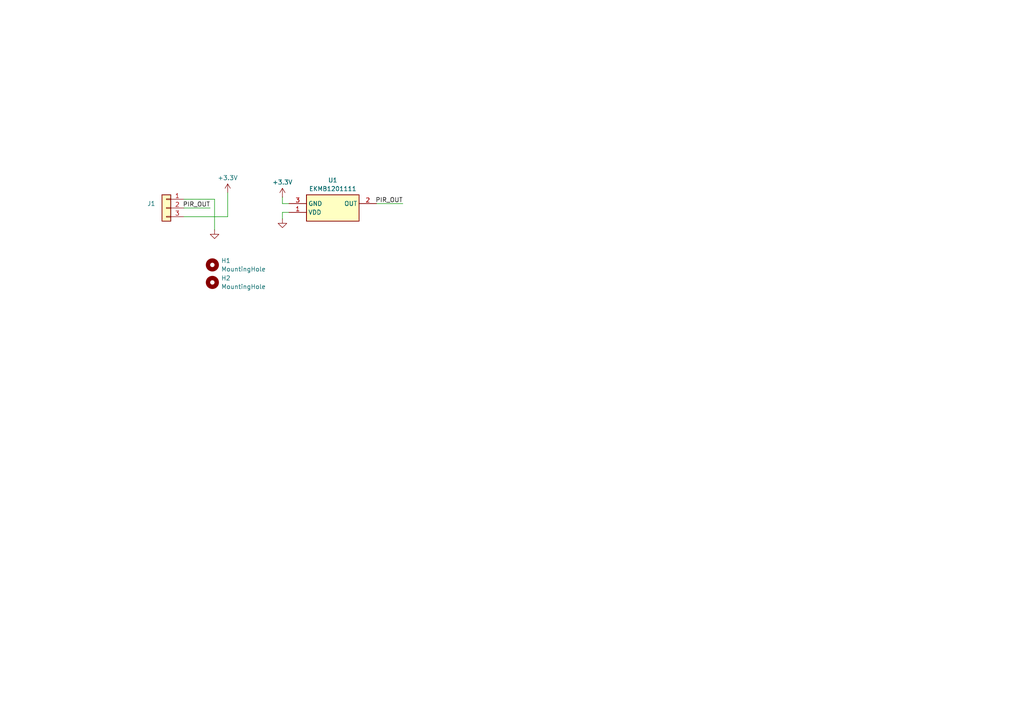
<source format=kicad_sch>
(kicad_sch (version 20231120) (generator "eeschema") (generator_version "8.0")
  (paper "A4")
  (lib_symbols
    (symbol "Connector_Generic:Conn_01x03" (pin_names (offset 1.016) hide)
      (property "Reference" "J" (at 0 5.08 0))
      (property "Value" "Conn_01x03" (at 0 -5.08 0))
      (symbol "Conn_01x03_1_1"
        (rectangle (start -1.27 -2.413) (end 0 -2.667) (stroke (width 0.1524)))
        (rectangle (start -1.27 0.127) (end 0 -0.127) (stroke (width 0.1524)))
        (rectangle (start -1.27 2.667) (end 0 2.413) (stroke (width 0.1524)))
        (rectangle (start -1.27 3.81) (end 1.27 -3.81) (stroke (width 0.254)) (fill (type background)))
        (pin passive line (at -5.08 2.54 0) (length 3.81) (name "Pin_1") (number "1"))
        (pin passive line (at -5.08 0 0) (length 3.81) (name "Pin_2") (number "2"))
        (pin passive line (at -5.08 -2.54 0) (length 3.81) (name "Pin_3") (number "3"))
      )
    )
    (symbol "Mechanical:MountingHole" (pin_names (offset 1.016)) (exclude_from_sim yes) (in_bom no)
      (property "Reference" "H" (at 0 5.08 0))
      (property "Value" "MountingHole" (at 0 3.175 0))
      (symbol "MountingHole_0_1"
        (circle (center 0 0) (radius 1.27) (stroke (width 1.27)))
      )
    )
    (symbol "MyLibrary:EKMB1201111"
      (property "Reference" "U" (at 6.858 7.62 0))
      (property "Value" "EKMB1201111" (at 6.858 5.08 0))
      (symbol "EKMB1201111_1_1"
        (rectangle (start 5.08 2.54) (end 20.32 -5.08) (stroke (width 0.254)) (fill (type background)))
        (pin passive line (at 0 -2.54 0) (length 5.08) (name "VDD") (number "1"))
        (pin passive line (at 25.4 0 180) (length 5.08) (name "OUT") (number "2"))
        (pin passive line (at 0 0 0) (length 5.08) (name "GND") (number "3"))
      )
    )
    (symbol "power:+3.3V" (power) (pin_numbers hide) (pin_names (offset 0) hide)
      (property "Value" "+3.3V" (at 0 3.556 0))
      (symbol "+3.3V_0_1"
        (polyline (pts (xy -0.762 1.27) (xy 0 2.54)))
        (polyline (pts (xy 0 0) (xy 0 2.54)))
        (polyline (pts (xy 0 2.54) (xy 0.762 1.27)))
      )
      (symbol "+3.3V_1_1"
        (pin power_in line (at 0 0 90) (length 0) (name "~") (number "1"))
      )
    )
    (symbol "power:GND" (power) (pin_numbers hide) (pin_names (offset 0) hide)
      (property "Value" "GND" (at 0 -3.81 0))
      (symbol "GND_0_1"
        (polyline (pts (xy 0 0) (xy 0 -1.27) (xy 1.27 -1.27) (xy 0 -2.54) (xy -1.27 -1.27) (xy 0 -1.27)))
      )
      (symbol "GND_1_1"
        (pin power_in line (at 0 0 270) (length 0) (name "~") (number "1"))
      )
    )
  )
  (wire (pts (xy 81.915 59.055) (xy 83.82 59.055)))
  (wire (pts (xy 81.915 57.15) (xy 81.915 59.055)))
  (wire (pts (xy 53.34 57.785) (xy 62.23 57.785)))
  (wire (pts (xy 53.34 60.325) (xy 60.96 60.325)))
  (wire (pts (xy 53.34 62.865) (xy 66.04 62.865)))
  (wire (pts (xy 81.915 61.595) (xy 83.82 61.595)))
  (wire (pts (xy 66.04 55.88) (xy 66.04 62.865)))
  (wire (pts (xy 109.22 59.055) (xy 116.84 59.055)))
  (wire (pts (xy 62.23 57.785) (xy 62.23 66.675)))
  (wire (pts (xy 81.915 63.5) (xy 81.915 61.595)))
  (label "PIR_OUT" (at 116.84 59.055 180))
  (label "PIR_OUT" (at 60.96 60.325 180))
  (symbol (lib_id "power:+3.3V") (at 81.915 57.15 0) (unit 1)
    (property "Reference" "#PWR03" (effects (hide yes)))
    (property "Value" "+3.3V" (at 81.915 52.8574 0))
    (property "Description" "Power symbol creates a global label with name \"+3.3V\"" (effects (hide yes)))
  )
  (symbol (lib_id "power:GND") (at 81.915 63.5 0) (unit 1)
    (property "Reference" "#PWR04" (effects (hide yes)))
    (property "Value" "GND" (effects (hide yes)))
    (property "Description" "Power symbol creates a global label with name \"GND\" , ground" (effects (hide yes)))
  )
  (symbol (lib_id "Connector_Generic:Conn_01x03") (at 48.26 60.325 0) (mirror y) (unit 1) (in_bom no)
    (property "Reference" "J1" (at 45.085 59.055 0) (effects (justify left)))
    (property "Value" "PIR1" (effects (hide yes)))
    (property "Footprint" "Connector_JST:JST_PH_B3B-PH-K_1x03_P2.00mm_Vertical" (effects (hide yes)))
    (property "Description" "Generic connector, single row, 01x03, script generated (kicad-library-utils/schlib/autogen/connector/)" (effects (hide yes)))
  )
  (symbol (lib_id "power:+3.3V") (at 66.04 55.88 0) (unit 1)
    (property "Reference" "#PWR01" (effects (hide yes)))
    (property "Value" "+3.3V" (at 66.04 51.5874 0))
    (property "Description" "Power symbol creates a global label with name \"+3.3V\"" (effects (hide yes)))
  )
  (symbol (lib_id "power:GND") (at 62.23 66.675 0) (unit 1)
    (property "Reference" "#PWR02" (effects (hide yes)))
    (property "Value" "GND" (effects (hide yes)))
    (property "Description" "Power symbol creates a global label with name \"GND\" , ground" (effects (hide yes)))
  )
  (symbol (lib_id "Mechanical:MountingHole") (at 61.595 81.915 0) (unit 1) (exclude_from_sim yes) (in_bom no)
    (property "Reference" "H2" (at 64.135 80.6723 0) (effects (justify left)))
    (property "Value" "MountingHole" (at 64.135 83.1576 0) (effects (justify left)))
    (property "Footprint" "MountingHole:MountingHole_3.2mm_M3" (effects (hide yes)))
    (property "Description" "Mounting Hole without connection" (effects (hide yes)))
  )
  (symbol (lib_id "MyLibrary:EKMB1201111") (at 83.82 59.055 0) (unit 1)
    (property "Reference" "U1" (at 96.52 52.279 0))
    (property "Value" "EKMB1201111" (at 96.52 54.7643 0))
    (property "Footprint" "MyFootprints:EKMB1201111" (effects (hide yes)))
    (property "Datasheet" "https://componentsearchengine.com/Datasheets/2/EKMB1201111.pdf" (effects (hide yes)))
    (property "Description" "Sensor PIR (Passive Infrared)0002, Sensor PIR (Passive Infrared) 197\" (5m) 16.4' Polyethylene, White Lens" (effects (hide yes)))
    (property "Height" "14.4" (effects (hide yes)))
    (property "Mouser Part Number" "769-EKMB1201111" (effects (hide yes)))
    (property "Mouser Price/Stock" "https://www.mouser.co.uk/ProductDetail/Panasonic-Industrial-Devices/EKMB1201111?qs=raAh8RbVwI63shGzHOgXaw%3D%3D" (effects (hide yes)))
    (property "Manufacturer_Name" "Panasonic" (effects (hide yes)))
    (property "Manufacturer_Part_Number" "EKMB1201111" (effects (hide yes)))
  )
  (symbol (lib_id "Mechanical:MountingHole") (at 61.595 76.835 0) (unit 1) (exclude_from_sim yes) (in_bom no)
    (property "Reference" "H1" (at 64.135 75.5923 0) (effects (justify left)))
    (property "Value" "MountingHole" (at 64.135 78.0776 0) (effects (justify left)))
    (property "Footprint" "MountingHole:MountingHole_3.2mm_M3" (effects (hide yes)))
    (property "Description" "Mounting Hole without connection" (effects (hide yes)))
  )
)
</source>
